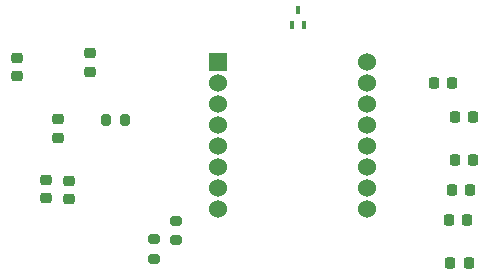
<source format=gbr>
%TF.GenerationSoftware,KiCad,Pcbnew,8.0.2-8.0.2-0~ubuntu20.04.1*%
%TF.CreationDate,2024-06-25T13:19:00+03:00*%
%TF.ProjectId,PCB_ADNS9800-Board_2024-06-24,5043425f-4144-44e5-9339-3830302d426f,rev?*%
%TF.SameCoordinates,Original*%
%TF.FileFunction,Paste,Top*%
%TF.FilePolarity,Positive*%
%FSLAX46Y46*%
G04 Gerber Fmt 4.6, Leading zero omitted, Abs format (unit mm)*
G04 Created by KiCad (PCBNEW 8.0.2-8.0.2-0~ubuntu20.04.1) date 2024-06-25 13:19:00*
%MOMM*%
%LPD*%
G01*
G04 APERTURE LIST*
G04 Aperture macros list*
%AMRoundRect*
0 Rectangle with rounded corners*
0 $1 Rounding radius*
0 $2 $3 $4 $5 $6 $7 $8 $9 X,Y pos of 4 corners*
0 Add a 4 corners polygon primitive as box body*
4,1,4,$2,$3,$4,$5,$6,$7,$8,$9,$2,$3,0*
0 Add four circle primitives for the rounded corners*
1,1,$1+$1,$2,$3*
1,1,$1+$1,$4,$5*
1,1,$1+$1,$6,$7*
1,1,$1+$1,$8,$9*
0 Add four rect primitives between the rounded corners*
20,1,$1+$1,$2,$3,$4,$5,0*
20,1,$1+$1,$4,$5,$6,$7,0*
20,1,$1+$1,$6,$7,$8,$9,0*
20,1,$1+$1,$8,$9,$2,$3,0*%
G04 Aperture macros list end*
%ADD10RoundRect,0.225000X-0.225000X-0.250000X0.225000X-0.250000X0.225000X0.250000X-0.225000X0.250000X0*%
%ADD11RoundRect,0.225000X0.250000X-0.225000X0.250000X0.225000X-0.250000X0.225000X-0.250000X-0.225000X0*%
%ADD12RoundRect,0.200000X0.275000X-0.200000X0.275000X0.200000X-0.275000X0.200000X-0.275000X-0.200000X0*%
%ADD13RoundRect,0.200000X-0.200000X-0.275000X0.200000X-0.275000X0.200000X0.275000X-0.200000X0.275000X0*%
%ADD14R,1.524000X1.524000*%
%ADD15C,1.524000*%
%ADD16R,0.400000X0.700000*%
%ADD17RoundRect,0.225000X-0.250000X0.225000X-0.250000X-0.225000X0.250000X-0.225000X0.250000X0.225000X0*%
G04 APERTURE END LIST*
D10*
%TO.C,C7*%
X136842200Y-67767200D03*
X138392200Y-67767200D03*
%TD*%
%TO.C,C4*%
X137248600Y-55422800D03*
X138798600Y-55422800D03*
%TD*%
D11*
%TO.C,C1*%
X106324400Y-51591000D03*
X106324400Y-50041000D03*
%TD*%
D10*
%TO.C,C6*%
X137248600Y-59080400D03*
X138798600Y-59080400D03*
%TD*%
D11*
%TO.C,C5*%
X104597200Y-62354200D03*
X104597200Y-60804200D03*
%TD*%
%TO.C,C3*%
X103632000Y-55622600D03*
X103632000Y-57172600D03*
%TD*%
D12*
%TO.C,RMOSI*%
X113588800Y-65849000D03*
X113588800Y-64199000D03*
%TD*%
%TO.C,RSCLK*%
X111760000Y-67423800D03*
X111760000Y-65773800D03*
%TD*%
D13*
%TO.C,RNCS*%
X109333800Y-55676800D03*
X107683800Y-55676800D03*
%TD*%
D14*
%TO.C,U1*%
X117144800Y-50736600D03*
D15*
X117144800Y-52516600D03*
X117144800Y-54296600D03*
X117144800Y-56076600D03*
X117144800Y-57856600D03*
X117144800Y-59636600D03*
X117144800Y-61416600D03*
X117144800Y-63196600D03*
X129744800Y-63196600D03*
X129744800Y-61416600D03*
X129744800Y-59636600D03*
X129744800Y-57856600D03*
X129744800Y-56076600D03*
X129744800Y-54296600D03*
X129744800Y-52516600D03*
X129744800Y-50736600D03*
%TD*%
D16*
%TO.C,T1*%
X123444000Y-47599600D03*
X124460000Y-47599600D03*
X123952000Y-46399600D03*
%TD*%
D10*
%TO.C,C10*%
X136967800Y-61620400D03*
X138517800Y-61620400D03*
%TD*%
%TO.C,C11*%
X136689800Y-64160400D03*
X138239800Y-64160400D03*
%TD*%
D11*
%TO.C,C9*%
X102616000Y-62293800D03*
X102616000Y-60743800D03*
%TD*%
D17*
%TO.C,C2*%
X100177600Y-50390200D03*
X100177600Y-51940200D03*
%TD*%
D10*
%TO.C,C8*%
X135419800Y-52527200D03*
X136969800Y-52527200D03*
%TD*%
M02*

</source>
